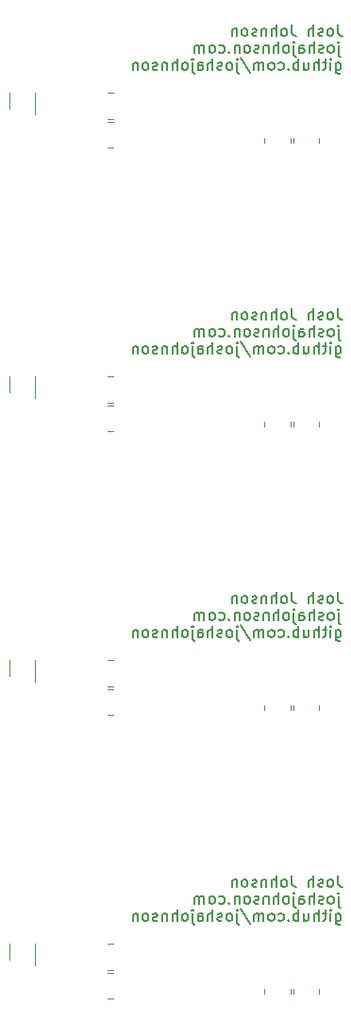
<source format=gbr>
G04 #@! TF.GenerationSoftware,KiCad,Pcbnew,(5.1.2)-1*
G04 #@! TF.CreationDate,2019-07-17T11:56:10+10:00*
G04 #@! TF.ProjectId,output.panel,6f757470-7574-42e7-9061-6e656c2e6b69,rev?*
G04 #@! TF.SameCoordinates,Original*
G04 #@! TF.FileFunction,Legend,Bot*
G04 #@! TF.FilePolarity,Positive*
%FSLAX46Y46*%
G04 Gerber Fmt 4.6, Leading zero omitted, Abs format (unit mm)*
G04 Created by KiCad (PCBNEW (5.1.2)-1) date 2019-07-17 11:56:10*
%MOMM*%
%LPD*%
G04 APERTURE LIST*
%ADD10C,0.120000*%
%ADD11C,0.150000*%
G04 APERTURE END LIST*
D10*
X84070000Y-136150000D02*
X84070000Y-136650000D01*
X86430000Y-136150000D02*
X86430000Y-136650000D01*
X84070000Y-110750000D02*
X84070000Y-111250000D01*
X86430000Y-110750000D02*
X86430000Y-111250000D01*
X84070000Y-85350000D02*
X84070000Y-85850000D01*
X86430000Y-85350000D02*
X86430000Y-85850000D01*
X63460000Y-132150000D02*
X63460000Y-134050000D01*
X61140000Y-133550000D02*
X61140000Y-132150000D01*
X63460000Y-106750000D02*
X63460000Y-108650000D01*
X61140000Y-108150000D02*
X61140000Y-106750000D01*
X63460000Y-81350000D02*
X63460000Y-83250000D01*
X61140000Y-82750000D02*
X61140000Y-81350000D01*
X88980000Y-136150000D02*
X88980000Y-136650000D01*
X86620000Y-136150000D02*
X86620000Y-136650000D01*
X88980000Y-110750000D02*
X88980000Y-111250000D01*
X86620000Y-110750000D02*
X86620000Y-111250000D01*
X88980000Y-85350000D02*
X88980000Y-85850000D01*
X86620000Y-85350000D02*
X86620000Y-85850000D01*
X69950000Y-132120000D02*
X70450000Y-132120000D01*
X69950000Y-134480000D02*
X70450000Y-134480000D01*
X69950000Y-106720000D02*
X70450000Y-106720000D01*
X69950000Y-109080000D02*
X70450000Y-109080000D01*
X69950000Y-81320000D02*
X70450000Y-81320000D01*
X69950000Y-83680000D02*
X70450000Y-83680000D01*
X69950000Y-134720000D02*
X70450000Y-134720000D01*
X69950000Y-137080000D02*
X70450000Y-137080000D01*
X69950000Y-109320000D02*
X70450000Y-109320000D01*
X69950000Y-111680000D02*
X70450000Y-111680000D01*
X69950000Y-83920000D02*
X70450000Y-83920000D01*
X69950000Y-86280000D02*
X70450000Y-86280000D01*
X69950000Y-60880000D02*
X70450000Y-60880000D01*
X69950000Y-58520000D02*
X70450000Y-58520000D01*
X69950000Y-58280000D02*
X70450000Y-58280000D01*
X69950000Y-55920000D02*
X70450000Y-55920000D01*
X61140000Y-57350000D02*
X61140000Y-55950000D01*
X63460000Y-55950000D02*
X63460000Y-57850000D01*
X86620000Y-59950000D02*
X86620000Y-60450000D01*
X88980000Y-59950000D02*
X88980000Y-60450000D01*
X86430000Y-59950000D02*
X86430000Y-60450000D01*
X84070000Y-59950000D02*
X84070000Y-60450000D01*
D11*
X90645238Y-126052380D02*
X90645238Y-126766666D01*
X90692857Y-126909523D01*
X90788095Y-127004761D01*
X90930952Y-127052380D01*
X91026190Y-127052380D01*
X90026190Y-127052380D02*
X90121428Y-127004761D01*
X90169047Y-126957142D01*
X90216666Y-126861904D01*
X90216666Y-126576190D01*
X90169047Y-126480952D01*
X90121428Y-126433333D01*
X90026190Y-126385714D01*
X89883333Y-126385714D01*
X89788095Y-126433333D01*
X89740476Y-126480952D01*
X89692857Y-126576190D01*
X89692857Y-126861904D01*
X89740476Y-126957142D01*
X89788095Y-127004761D01*
X89883333Y-127052380D01*
X90026190Y-127052380D01*
X89311904Y-127004761D02*
X89216666Y-127052380D01*
X89026190Y-127052380D01*
X88930952Y-127004761D01*
X88883333Y-126909523D01*
X88883333Y-126861904D01*
X88930952Y-126766666D01*
X89026190Y-126719047D01*
X89169047Y-126719047D01*
X89264285Y-126671428D01*
X89311904Y-126576190D01*
X89311904Y-126528571D01*
X89264285Y-126433333D01*
X89169047Y-126385714D01*
X89026190Y-126385714D01*
X88930952Y-126433333D01*
X88454761Y-127052380D02*
X88454761Y-126052380D01*
X88026190Y-127052380D02*
X88026190Y-126528571D01*
X88073809Y-126433333D01*
X88169047Y-126385714D01*
X88311904Y-126385714D01*
X88407142Y-126433333D01*
X88454761Y-126480952D01*
X86502380Y-126052380D02*
X86502380Y-126766666D01*
X86550000Y-126909523D01*
X86645238Y-127004761D01*
X86788095Y-127052380D01*
X86883333Y-127052380D01*
X85883333Y-127052380D02*
X85978571Y-127004761D01*
X86026190Y-126957142D01*
X86073809Y-126861904D01*
X86073809Y-126576190D01*
X86026190Y-126480952D01*
X85978571Y-126433333D01*
X85883333Y-126385714D01*
X85740476Y-126385714D01*
X85645238Y-126433333D01*
X85597619Y-126480952D01*
X85550000Y-126576190D01*
X85550000Y-126861904D01*
X85597619Y-126957142D01*
X85645238Y-127004761D01*
X85740476Y-127052380D01*
X85883333Y-127052380D01*
X85121428Y-127052380D02*
X85121428Y-126052380D01*
X84692857Y-127052380D02*
X84692857Y-126528571D01*
X84740476Y-126433333D01*
X84835714Y-126385714D01*
X84978571Y-126385714D01*
X85073809Y-126433333D01*
X85121428Y-126480952D01*
X84216666Y-126385714D02*
X84216666Y-127052380D01*
X84216666Y-126480952D02*
X84169047Y-126433333D01*
X84073809Y-126385714D01*
X83930952Y-126385714D01*
X83835714Y-126433333D01*
X83788095Y-126528571D01*
X83788095Y-127052380D01*
X83359523Y-127004761D02*
X83264285Y-127052380D01*
X83073809Y-127052380D01*
X82978571Y-127004761D01*
X82930952Y-126909523D01*
X82930952Y-126861904D01*
X82978571Y-126766666D01*
X83073809Y-126719047D01*
X83216666Y-126719047D01*
X83311904Y-126671428D01*
X83359523Y-126576190D01*
X83359523Y-126528571D01*
X83311904Y-126433333D01*
X83216666Y-126385714D01*
X83073809Y-126385714D01*
X82978571Y-126433333D01*
X82359523Y-127052380D02*
X82454761Y-127004761D01*
X82502380Y-126957142D01*
X82550000Y-126861904D01*
X82550000Y-126576190D01*
X82502380Y-126480952D01*
X82454761Y-126433333D01*
X82359523Y-126385714D01*
X82216666Y-126385714D01*
X82121428Y-126433333D01*
X82073809Y-126480952D01*
X82026190Y-126576190D01*
X82026190Y-126861904D01*
X82073809Y-126957142D01*
X82121428Y-127004761D01*
X82216666Y-127052380D01*
X82359523Y-127052380D01*
X81597619Y-126385714D02*
X81597619Y-127052380D01*
X81597619Y-126480952D02*
X81550000Y-126433333D01*
X81454761Y-126385714D01*
X81311904Y-126385714D01*
X81216666Y-126433333D01*
X81169047Y-126528571D01*
X81169047Y-127052380D01*
X90702380Y-127885714D02*
X90702380Y-128742857D01*
X90750000Y-128838095D01*
X90845238Y-128885714D01*
X90892857Y-128885714D01*
X90702380Y-127552380D02*
X90750000Y-127600000D01*
X90702380Y-127647619D01*
X90654761Y-127600000D01*
X90702380Y-127552380D01*
X90702380Y-127647619D01*
X90083333Y-128552380D02*
X90178571Y-128504761D01*
X90226190Y-128457142D01*
X90273809Y-128361904D01*
X90273809Y-128076190D01*
X90226190Y-127980952D01*
X90178571Y-127933333D01*
X90083333Y-127885714D01*
X89940476Y-127885714D01*
X89845238Y-127933333D01*
X89797619Y-127980952D01*
X89750000Y-128076190D01*
X89750000Y-128361904D01*
X89797619Y-128457142D01*
X89845238Y-128504761D01*
X89940476Y-128552380D01*
X90083333Y-128552380D01*
X89369047Y-128504761D02*
X89273809Y-128552380D01*
X89083333Y-128552380D01*
X88988095Y-128504761D01*
X88940476Y-128409523D01*
X88940476Y-128361904D01*
X88988095Y-128266666D01*
X89083333Y-128219047D01*
X89226190Y-128219047D01*
X89321428Y-128171428D01*
X89369047Y-128076190D01*
X89369047Y-128028571D01*
X89321428Y-127933333D01*
X89226190Y-127885714D01*
X89083333Y-127885714D01*
X88988095Y-127933333D01*
X88511904Y-128552380D02*
X88511904Y-127552380D01*
X88083333Y-128552380D02*
X88083333Y-128028571D01*
X88130952Y-127933333D01*
X88226190Y-127885714D01*
X88369047Y-127885714D01*
X88464285Y-127933333D01*
X88511904Y-127980952D01*
X87178571Y-128552380D02*
X87178571Y-128028571D01*
X87226190Y-127933333D01*
X87321428Y-127885714D01*
X87511904Y-127885714D01*
X87607142Y-127933333D01*
X87178571Y-128504761D02*
X87273809Y-128552380D01*
X87511904Y-128552380D01*
X87607142Y-128504761D01*
X87654761Y-128409523D01*
X87654761Y-128314285D01*
X87607142Y-128219047D01*
X87511904Y-128171428D01*
X87273809Y-128171428D01*
X87178571Y-128123809D01*
X86702380Y-127885714D02*
X86702380Y-128742857D01*
X86750000Y-128838095D01*
X86845238Y-128885714D01*
X86892857Y-128885714D01*
X86702380Y-127552380D02*
X86750000Y-127600000D01*
X86702380Y-127647619D01*
X86654761Y-127600000D01*
X86702380Y-127552380D01*
X86702380Y-127647619D01*
X86083333Y-128552380D02*
X86178571Y-128504761D01*
X86226190Y-128457142D01*
X86273809Y-128361904D01*
X86273809Y-128076190D01*
X86226190Y-127980952D01*
X86178571Y-127933333D01*
X86083333Y-127885714D01*
X85940476Y-127885714D01*
X85845238Y-127933333D01*
X85797619Y-127980952D01*
X85750000Y-128076190D01*
X85750000Y-128361904D01*
X85797619Y-128457142D01*
X85845238Y-128504761D01*
X85940476Y-128552380D01*
X86083333Y-128552380D01*
X85321428Y-128552380D02*
X85321428Y-127552380D01*
X84892857Y-128552380D02*
X84892857Y-128028571D01*
X84940476Y-127933333D01*
X85035714Y-127885714D01*
X85178571Y-127885714D01*
X85273809Y-127933333D01*
X85321428Y-127980952D01*
X84416666Y-127885714D02*
X84416666Y-128552380D01*
X84416666Y-127980952D02*
X84369047Y-127933333D01*
X84273809Y-127885714D01*
X84130952Y-127885714D01*
X84035714Y-127933333D01*
X83988095Y-128028571D01*
X83988095Y-128552380D01*
X83559523Y-128504761D02*
X83464285Y-128552380D01*
X83273809Y-128552380D01*
X83178571Y-128504761D01*
X83130952Y-128409523D01*
X83130952Y-128361904D01*
X83178571Y-128266666D01*
X83273809Y-128219047D01*
X83416666Y-128219047D01*
X83511904Y-128171428D01*
X83559523Y-128076190D01*
X83559523Y-128028571D01*
X83511904Y-127933333D01*
X83416666Y-127885714D01*
X83273809Y-127885714D01*
X83178571Y-127933333D01*
X82559523Y-128552380D02*
X82654761Y-128504761D01*
X82702380Y-128457142D01*
X82750000Y-128361904D01*
X82750000Y-128076190D01*
X82702380Y-127980952D01*
X82654761Y-127933333D01*
X82559523Y-127885714D01*
X82416666Y-127885714D01*
X82321428Y-127933333D01*
X82273809Y-127980952D01*
X82226190Y-128076190D01*
X82226190Y-128361904D01*
X82273809Y-128457142D01*
X82321428Y-128504761D01*
X82416666Y-128552380D01*
X82559523Y-128552380D01*
X81797619Y-127885714D02*
X81797619Y-128552380D01*
X81797619Y-127980952D02*
X81750000Y-127933333D01*
X81654761Y-127885714D01*
X81511904Y-127885714D01*
X81416666Y-127933333D01*
X81369047Y-128028571D01*
X81369047Y-128552380D01*
X80892857Y-128457142D02*
X80845238Y-128504761D01*
X80892857Y-128552380D01*
X80940476Y-128504761D01*
X80892857Y-128457142D01*
X80892857Y-128552380D01*
X79988095Y-128504761D02*
X80083333Y-128552380D01*
X80273809Y-128552380D01*
X80369047Y-128504761D01*
X80416666Y-128457142D01*
X80464285Y-128361904D01*
X80464285Y-128076190D01*
X80416666Y-127980952D01*
X80369047Y-127933333D01*
X80273809Y-127885714D01*
X80083333Y-127885714D01*
X79988095Y-127933333D01*
X79416666Y-128552380D02*
X79511904Y-128504761D01*
X79559523Y-128457142D01*
X79607142Y-128361904D01*
X79607142Y-128076190D01*
X79559523Y-127980952D01*
X79511904Y-127933333D01*
X79416666Y-127885714D01*
X79273809Y-127885714D01*
X79178571Y-127933333D01*
X79130952Y-127980952D01*
X79083333Y-128076190D01*
X79083333Y-128361904D01*
X79130952Y-128457142D01*
X79178571Y-128504761D01*
X79273809Y-128552380D01*
X79416666Y-128552380D01*
X78654761Y-128552380D02*
X78654761Y-127885714D01*
X78654761Y-127980952D02*
X78607142Y-127933333D01*
X78511904Y-127885714D01*
X78369047Y-127885714D01*
X78273809Y-127933333D01*
X78226190Y-128028571D01*
X78226190Y-128552380D01*
X78226190Y-128028571D02*
X78178571Y-127933333D01*
X78083333Y-127885714D01*
X77940476Y-127885714D01*
X77845238Y-127933333D01*
X77797619Y-128028571D01*
X77797619Y-128552380D01*
X90457352Y-129417714D02*
X90457352Y-130227238D01*
X90504971Y-130322476D01*
X90552590Y-130370095D01*
X90647828Y-130417714D01*
X90790685Y-130417714D01*
X90885923Y-130370095D01*
X90457352Y-130036761D02*
X90552590Y-130084380D01*
X90743066Y-130084380D01*
X90838304Y-130036761D01*
X90885923Y-129989142D01*
X90933542Y-129893904D01*
X90933542Y-129608190D01*
X90885923Y-129512952D01*
X90838304Y-129465333D01*
X90743066Y-129417714D01*
X90552590Y-129417714D01*
X90457352Y-129465333D01*
X89981161Y-130084380D02*
X89981161Y-129417714D01*
X89981161Y-129084380D02*
X90028780Y-129132000D01*
X89981161Y-129179619D01*
X89933542Y-129132000D01*
X89981161Y-129084380D01*
X89981161Y-129179619D01*
X89647828Y-129417714D02*
X89266876Y-129417714D01*
X89504971Y-129084380D02*
X89504971Y-129941523D01*
X89457352Y-130036761D01*
X89362114Y-130084380D01*
X89266876Y-130084380D01*
X88933542Y-130084380D02*
X88933542Y-129084380D01*
X88504971Y-130084380D02*
X88504971Y-129560571D01*
X88552590Y-129465333D01*
X88647828Y-129417714D01*
X88790685Y-129417714D01*
X88885923Y-129465333D01*
X88933542Y-129512952D01*
X87600209Y-129417714D02*
X87600209Y-130084380D01*
X88028780Y-129417714D02*
X88028780Y-129941523D01*
X87981161Y-130036761D01*
X87885923Y-130084380D01*
X87743066Y-130084380D01*
X87647828Y-130036761D01*
X87600209Y-129989142D01*
X87124019Y-130084380D02*
X87124019Y-129084380D01*
X87124019Y-129465333D02*
X87028780Y-129417714D01*
X86838304Y-129417714D01*
X86743066Y-129465333D01*
X86695447Y-129512952D01*
X86647828Y-129608190D01*
X86647828Y-129893904D01*
X86695447Y-129989142D01*
X86743066Y-130036761D01*
X86838304Y-130084380D01*
X87028780Y-130084380D01*
X87124019Y-130036761D01*
X86219257Y-129989142D02*
X86171638Y-130036761D01*
X86219257Y-130084380D01*
X86266876Y-130036761D01*
X86219257Y-129989142D01*
X86219257Y-130084380D01*
X85314495Y-130036761D02*
X85409733Y-130084380D01*
X85600209Y-130084380D01*
X85695447Y-130036761D01*
X85743066Y-129989142D01*
X85790685Y-129893904D01*
X85790685Y-129608190D01*
X85743066Y-129512952D01*
X85695447Y-129465333D01*
X85600209Y-129417714D01*
X85409733Y-129417714D01*
X85314495Y-129465333D01*
X84743066Y-130084380D02*
X84838304Y-130036761D01*
X84885923Y-129989142D01*
X84933542Y-129893904D01*
X84933542Y-129608190D01*
X84885923Y-129512952D01*
X84838304Y-129465333D01*
X84743066Y-129417714D01*
X84600209Y-129417714D01*
X84504971Y-129465333D01*
X84457352Y-129512952D01*
X84409733Y-129608190D01*
X84409733Y-129893904D01*
X84457352Y-129989142D01*
X84504971Y-130036761D01*
X84600209Y-130084380D01*
X84743066Y-130084380D01*
X83981161Y-130084380D02*
X83981161Y-129417714D01*
X83981161Y-129512952D02*
X83933542Y-129465333D01*
X83838304Y-129417714D01*
X83695447Y-129417714D01*
X83600209Y-129465333D01*
X83552590Y-129560571D01*
X83552590Y-130084380D01*
X83552590Y-129560571D02*
X83504971Y-129465333D01*
X83409733Y-129417714D01*
X83266876Y-129417714D01*
X83171638Y-129465333D01*
X83124019Y-129560571D01*
X83124019Y-130084380D01*
X81933542Y-129036761D02*
X82790685Y-130322476D01*
X81600209Y-129417714D02*
X81600209Y-130274857D01*
X81647828Y-130370095D01*
X81743066Y-130417714D01*
X81790685Y-130417714D01*
X81600209Y-129084380D02*
X81647828Y-129132000D01*
X81600209Y-129179619D01*
X81552590Y-129132000D01*
X81600209Y-129084380D01*
X81600209Y-129179619D01*
X80981161Y-130084380D02*
X81076400Y-130036761D01*
X81124019Y-129989142D01*
X81171638Y-129893904D01*
X81171638Y-129608190D01*
X81124019Y-129512952D01*
X81076400Y-129465333D01*
X80981161Y-129417714D01*
X80838304Y-129417714D01*
X80743066Y-129465333D01*
X80695447Y-129512952D01*
X80647828Y-129608190D01*
X80647828Y-129893904D01*
X80695447Y-129989142D01*
X80743066Y-130036761D01*
X80838304Y-130084380D01*
X80981161Y-130084380D01*
X80266876Y-130036761D02*
X80171638Y-130084380D01*
X79981161Y-130084380D01*
X79885923Y-130036761D01*
X79838304Y-129941523D01*
X79838304Y-129893904D01*
X79885923Y-129798666D01*
X79981161Y-129751047D01*
X80124019Y-129751047D01*
X80219257Y-129703428D01*
X80266876Y-129608190D01*
X80266876Y-129560571D01*
X80219257Y-129465333D01*
X80124019Y-129417714D01*
X79981161Y-129417714D01*
X79885923Y-129465333D01*
X79409733Y-130084380D02*
X79409733Y-129084380D01*
X78981161Y-130084380D02*
X78981161Y-129560571D01*
X79028780Y-129465333D01*
X79124019Y-129417714D01*
X79266876Y-129417714D01*
X79362114Y-129465333D01*
X79409733Y-129512952D01*
X78076400Y-130084380D02*
X78076400Y-129560571D01*
X78124019Y-129465333D01*
X78219257Y-129417714D01*
X78409733Y-129417714D01*
X78504971Y-129465333D01*
X78076400Y-130036761D02*
X78171638Y-130084380D01*
X78409733Y-130084380D01*
X78504971Y-130036761D01*
X78552590Y-129941523D01*
X78552590Y-129846285D01*
X78504971Y-129751047D01*
X78409733Y-129703428D01*
X78171638Y-129703428D01*
X78076400Y-129655809D01*
X77600209Y-129417714D02*
X77600209Y-130274857D01*
X77647828Y-130370095D01*
X77743066Y-130417714D01*
X77790685Y-130417714D01*
X77600209Y-129084380D02*
X77647828Y-129132000D01*
X77600209Y-129179619D01*
X77552590Y-129132000D01*
X77600209Y-129084380D01*
X77600209Y-129179619D01*
X76981161Y-130084380D02*
X77076400Y-130036761D01*
X77124019Y-129989142D01*
X77171638Y-129893904D01*
X77171638Y-129608190D01*
X77124019Y-129512952D01*
X77076400Y-129465333D01*
X76981161Y-129417714D01*
X76838304Y-129417714D01*
X76743066Y-129465333D01*
X76695447Y-129512952D01*
X76647828Y-129608190D01*
X76647828Y-129893904D01*
X76695447Y-129989142D01*
X76743066Y-130036761D01*
X76838304Y-130084380D01*
X76981161Y-130084380D01*
X76219257Y-130084380D02*
X76219257Y-129084380D01*
X75790685Y-130084380D02*
X75790685Y-129560571D01*
X75838304Y-129465333D01*
X75933542Y-129417714D01*
X76076400Y-129417714D01*
X76171638Y-129465333D01*
X76219257Y-129512952D01*
X75314495Y-129417714D02*
X75314495Y-130084380D01*
X75314495Y-129512952D02*
X75266876Y-129465333D01*
X75171638Y-129417714D01*
X75028780Y-129417714D01*
X74933542Y-129465333D01*
X74885923Y-129560571D01*
X74885923Y-130084380D01*
X74457352Y-130036761D02*
X74362114Y-130084380D01*
X74171638Y-130084380D01*
X74076400Y-130036761D01*
X74028780Y-129941523D01*
X74028780Y-129893904D01*
X74076400Y-129798666D01*
X74171638Y-129751047D01*
X74314495Y-129751047D01*
X74409733Y-129703428D01*
X74457352Y-129608190D01*
X74457352Y-129560571D01*
X74409733Y-129465333D01*
X74314495Y-129417714D01*
X74171638Y-129417714D01*
X74076400Y-129465333D01*
X73457352Y-130084380D02*
X73552590Y-130036761D01*
X73600209Y-129989142D01*
X73647828Y-129893904D01*
X73647828Y-129608190D01*
X73600209Y-129512952D01*
X73552590Y-129465333D01*
X73457352Y-129417714D01*
X73314495Y-129417714D01*
X73219257Y-129465333D01*
X73171638Y-129512952D01*
X73124019Y-129608190D01*
X73124019Y-129893904D01*
X73171638Y-129989142D01*
X73219257Y-130036761D01*
X73314495Y-130084380D01*
X73457352Y-130084380D01*
X72695447Y-129417714D02*
X72695447Y-130084380D01*
X72695447Y-129512952D02*
X72647828Y-129465333D01*
X72552590Y-129417714D01*
X72409733Y-129417714D01*
X72314495Y-129465333D01*
X72266876Y-129560571D01*
X72266876Y-130084380D01*
X90645238Y-100652380D02*
X90645238Y-101366666D01*
X90692857Y-101509523D01*
X90788095Y-101604761D01*
X90930952Y-101652380D01*
X91026190Y-101652380D01*
X90026190Y-101652380D02*
X90121428Y-101604761D01*
X90169047Y-101557142D01*
X90216666Y-101461904D01*
X90216666Y-101176190D01*
X90169047Y-101080952D01*
X90121428Y-101033333D01*
X90026190Y-100985714D01*
X89883333Y-100985714D01*
X89788095Y-101033333D01*
X89740476Y-101080952D01*
X89692857Y-101176190D01*
X89692857Y-101461904D01*
X89740476Y-101557142D01*
X89788095Y-101604761D01*
X89883333Y-101652380D01*
X90026190Y-101652380D01*
X89311904Y-101604761D02*
X89216666Y-101652380D01*
X89026190Y-101652380D01*
X88930952Y-101604761D01*
X88883333Y-101509523D01*
X88883333Y-101461904D01*
X88930952Y-101366666D01*
X89026190Y-101319047D01*
X89169047Y-101319047D01*
X89264285Y-101271428D01*
X89311904Y-101176190D01*
X89311904Y-101128571D01*
X89264285Y-101033333D01*
X89169047Y-100985714D01*
X89026190Y-100985714D01*
X88930952Y-101033333D01*
X88454761Y-101652380D02*
X88454761Y-100652380D01*
X88026190Y-101652380D02*
X88026190Y-101128571D01*
X88073809Y-101033333D01*
X88169047Y-100985714D01*
X88311904Y-100985714D01*
X88407142Y-101033333D01*
X88454761Y-101080952D01*
X86502380Y-100652380D02*
X86502380Y-101366666D01*
X86550000Y-101509523D01*
X86645238Y-101604761D01*
X86788095Y-101652380D01*
X86883333Y-101652380D01*
X85883333Y-101652380D02*
X85978571Y-101604761D01*
X86026190Y-101557142D01*
X86073809Y-101461904D01*
X86073809Y-101176190D01*
X86026190Y-101080952D01*
X85978571Y-101033333D01*
X85883333Y-100985714D01*
X85740476Y-100985714D01*
X85645238Y-101033333D01*
X85597619Y-101080952D01*
X85550000Y-101176190D01*
X85550000Y-101461904D01*
X85597619Y-101557142D01*
X85645238Y-101604761D01*
X85740476Y-101652380D01*
X85883333Y-101652380D01*
X85121428Y-101652380D02*
X85121428Y-100652380D01*
X84692857Y-101652380D02*
X84692857Y-101128571D01*
X84740476Y-101033333D01*
X84835714Y-100985714D01*
X84978571Y-100985714D01*
X85073809Y-101033333D01*
X85121428Y-101080952D01*
X84216666Y-100985714D02*
X84216666Y-101652380D01*
X84216666Y-101080952D02*
X84169047Y-101033333D01*
X84073809Y-100985714D01*
X83930952Y-100985714D01*
X83835714Y-101033333D01*
X83788095Y-101128571D01*
X83788095Y-101652380D01*
X83359523Y-101604761D02*
X83264285Y-101652380D01*
X83073809Y-101652380D01*
X82978571Y-101604761D01*
X82930952Y-101509523D01*
X82930952Y-101461904D01*
X82978571Y-101366666D01*
X83073809Y-101319047D01*
X83216666Y-101319047D01*
X83311904Y-101271428D01*
X83359523Y-101176190D01*
X83359523Y-101128571D01*
X83311904Y-101033333D01*
X83216666Y-100985714D01*
X83073809Y-100985714D01*
X82978571Y-101033333D01*
X82359523Y-101652380D02*
X82454761Y-101604761D01*
X82502380Y-101557142D01*
X82550000Y-101461904D01*
X82550000Y-101176190D01*
X82502380Y-101080952D01*
X82454761Y-101033333D01*
X82359523Y-100985714D01*
X82216666Y-100985714D01*
X82121428Y-101033333D01*
X82073809Y-101080952D01*
X82026190Y-101176190D01*
X82026190Y-101461904D01*
X82073809Y-101557142D01*
X82121428Y-101604761D01*
X82216666Y-101652380D01*
X82359523Y-101652380D01*
X81597619Y-100985714D02*
X81597619Y-101652380D01*
X81597619Y-101080952D02*
X81550000Y-101033333D01*
X81454761Y-100985714D01*
X81311904Y-100985714D01*
X81216666Y-101033333D01*
X81169047Y-101128571D01*
X81169047Y-101652380D01*
X90702380Y-102485714D02*
X90702380Y-103342857D01*
X90750000Y-103438095D01*
X90845238Y-103485714D01*
X90892857Y-103485714D01*
X90702380Y-102152380D02*
X90750000Y-102200000D01*
X90702380Y-102247619D01*
X90654761Y-102200000D01*
X90702380Y-102152380D01*
X90702380Y-102247619D01*
X90083333Y-103152380D02*
X90178571Y-103104761D01*
X90226190Y-103057142D01*
X90273809Y-102961904D01*
X90273809Y-102676190D01*
X90226190Y-102580952D01*
X90178571Y-102533333D01*
X90083333Y-102485714D01*
X89940476Y-102485714D01*
X89845238Y-102533333D01*
X89797619Y-102580952D01*
X89750000Y-102676190D01*
X89750000Y-102961904D01*
X89797619Y-103057142D01*
X89845238Y-103104761D01*
X89940476Y-103152380D01*
X90083333Y-103152380D01*
X89369047Y-103104761D02*
X89273809Y-103152380D01*
X89083333Y-103152380D01*
X88988095Y-103104761D01*
X88940476Y-103009523D01*
X88940476Y-102961904D01*
X88988095Y-102866666D01*
X89083333Y-102819047D01*
X89226190Y-102819047D01*
X89321428Y-102771428D01*
X89369047Y-102676190D01*
X89369047Y-102628571D01*
X89321428Y-102533333D01*
X89226190Y-102485714D01*
X89083333Y-102485714D01*
X88988095Y-102533333D01*
X88511904Y-103152380D02*
X88511904Y-102152380D01*
X88083333Y-103152380D02*
X88083333Y-102628571D01*
X88130952Y-102533333D01*
X88226190Y-102485714D01*
X88369047Y-102485714D01*
X88464285Y-102533333D01*
X88511904Y-102580952D01*
X87178571Y-103152380D02*
X87178571Y-102628571D01*
X87226190Y-102533333D01*
X87321428Y-102485714D01*
X87511904Y-102485714D01*
X87607142Y-102533333D01*
X87178571Y-103104761D02*
X87273809Y-103152380D01*
X87511904Y-103152380D01*
X87607142Y-103104761D01*
X87654761Y-103009523D01*
X87654761Y-102914285D01*
X87607142Y-102819047D01*
X87511904Y-102771428D01*
X87273809Y-102771428D01*
X87178571Y-102723809D01*
X86702380Y-102485714D02*
X86702380Y-103342857D01*
X86750000Y-103438095D01*
X86845238Y-103485714D01*
X86892857Y-103485714D01*
X86702380Y-102152380D02*
X86750000Y-102200000D01*
X86702380Y-102247619D01*
X86654761Y-102200000D01*
X86702380Y-102152380D01*
X86702380Y-102247619D01*
X86083333Y-103152380D02*
X86178571Y-103104761D01*
X86226190Y-103057142D01*
X86273809Y-102961904D01*
X86273809Y-102676190D01*
X86226190Y-102580952D01*
X86178571Y-102533333D01*
X86083333Y-102485714D01*
X85940476Y-102485714D01*
X85845238Y-102533333D01*
X85797619Y-102580952D01*
X85750000Y-102676190D01*
X85750000Y-102961904D01*
X85797619Y-103057142D01*
X85845238Y-103104761D01*
X85940476Y-103152380D01*
X86083333Y-103152380D01*
X85321428Y-103152380D02*
X85321428Y-102152380D01*
X84892857Y-103152380D02*
X84892857Y-102628571D01*
X84940476Y-102533333D01*
X85035714Y-102485714D01*
X85178571Y-102485714D01*
X85273809Y-102533333D01*
X85321428Y-102580952D01*
X84416666Y-102485714D02*
X84416666Y-103152380D01*
X84416666Y-102580952D02*
X84369047Y-102533333D01*
X84273809Y-102485714D01*
X84130952Y-102485714D01*
X84035714Y-102533333D01*
X83988095Y-102628571D01*
X83988095Y-103152380D01*
X83559523Y-103104761D02*
X83464285Y-103152380D01*
X83273809Y-103152380D01*
X83178571Y-103104761D01*
X83130952Y-103009523D01*
X83130952Y-102961904D01*
X83178571Y-102866666D01*
X83273809Y-102819047D01*
X83416666Y-102819047D01*
X83511904Y-102771428D01*
X83559523Y-102676190D01*
X83559523Y-102628571D01*
X83511904Y-102533333D01*
X83416666Y-102485714D01*
X83273809Y-102485714D01*
X83178571Y-102533333D01*
X82559523Y-103152380D02*
X82654761Y-103104761D01*
X82702380Y-103057142D01*
X82750000Y-102961904D01*
X82750000Y-102676190D01*
X82702380Y-102580952D01*
X82654761Y-102533333D01*
X82559523Y-102485714D01*
X82416666Y-102485714D01*
X82321428Y-102533333D01*
X82273809Y-102580952D01*
X82226190Y-102676190D01*
X82226190Y-102961904D01*
X82273809Y-103057142D01*
X82321428Y-103104761D01*
X82416666Y-103152380D01*
X82559523Y-103152380D01*
X81797619Y-102485714D02*
X81797619Y-103152380D01*
X81797619Y-102580952D02*
X81750000Y-102533333D01*
X81654761Y-102485714D01*
X81511904Y-102485714D01*
X81416666Y-102533333D01*
X81369047Y-102628571D01*
X81369047Y-103152380D01*
X80892857Y-103057142D02*
X80845238Y-103104761D01*
X80892857Y-103152380D01*
X80940476Y-103104761D01*
X80892857Y-103057142D01*
X80892857Y-103152380D01*
X79988095Y-103104761D02*
X80083333Y-103152380D01*
X80273809Y-103152380D01*
X80369047Y-103104761D01*
X80416666Y-103057142D01*
X80464285Y-102961904D01*
X80464285Y-102676190D01*
X80416666Y-102580952D01*
X80369047Y-102533333D01*
X80273809Y-102485714D01*
X80083333Y-102485714D01*
X79988095Y-102533333D01*
X79416666Y-103152380D02*
X79511904Y-103104761D01*
X79559523Y-103057142D01*
X79607142Y-102961904D01*
X79607142Y-102676190D01*
X79559523Y-102580952D01*
X79511904Y-102533333D01*
X79416666Y-102485714D01*
X79273809Y-102485714D01*
X79178571Y-102533333D01*
X79130952Y-102580952D01*
X79083333Y-102676190D01*
X79083333Y-102961904D01*
X79130952Y-103057142D01*
X79178571Y-103104761D01*
X79273809Y-103152380D01*
X79416666Y-103152380D01*
X78654761Y-103152380D02*
X78654761Y-102485714D01*
X78654761Y-102580952D02*
X78607142Y-102533333D01*
X78511904Y-102485714D01*
X78369047Y-102485714D01*
X78273809Y-102533333D01*
X78226190Y-102628571D01*
X78226190Y-103152380D01*
X78226190Y-102628571D02*
X78178571Y-102533333D01*
X78083333Y-102485714D01*
X77940476Y-102485714D01*
X77845238Y-102533333D01*
X77797619Y-102628571D01*
X77797619Y-103152380D01*
X90457352Y-104017714D02*
X90457352Y-104827238D01*
X90504971Y-104922476D01*
X90552590Y-104970095D01*
X90647828Y-105017714D01*
X90790685Y-105017714D01*
X90885923Y-104970095D01*
X90457352Y-104636761D02*
X90552590Y-104684380D01*
X90743066Y-104684380D01*
X90838304Y-104636761D01*
X90885923Y-104589142D01*
X90933542Y-104493904D01*
X90933542Y-104208190D01*
X90885923Y-104112952D01*
X90838304Y-104065333D01*
X90743066Y-104017714D01*
X90552590Y-104017714D01*
X90457352Y-104065333D01*
X89981161Y-104684380D02*
X89981161Y-104017714D01*
X89981161Y-103684380D02*
X90028780Y-103732000D01*
X89981161Y-103779619D01*
X89933542Y-103732000D01*
X89981161Y-103684380D01*
X89981161Y-103779619D01*
X89647828Y-104017714D02*
X89266876Y-104017714D01*
X89504971Y-103684380D02*
X89504971Y-104541523D01*
X89457352Y-104636761D01*
X89362114Y-104684380D01*
X89266876Y-104684380D01*
X88933542Y-104684380D02*
X88933542Y-103684380D01*
X88504971Y-104684380D02*
X88504971Y-104160571D01*
X88552590Y-104065333D01*
X88647828Y-104017714D01*
X88790685Y-104017714D01*
X88885923Y-104065333D01*
X88933542Y-104112952D01*
X87600209Y-104017714D02*
X87600209Y-104684380D01*
X88028780Y-104017714D02*
X88028780Y-104541523D01*
X87981161Y-104636761D01*
X87885923Y-104684380D01*
X87743066Y-104684380D01*
X87647828Y-104636761D01*
X87600209Y-104589142D01*
X87124019Y-104684380D02*
X87124019Y-103684380D01*
X87124019Y-104065333D02*
X87028780Y-104017714D01*
X86838304Y-104017714D01*
X86743066Y-104065333D01*
X86695447Y-104112952D01*
X86647828Y-104208190D01*
X86647828Y-104493904D01*
X86695447Y-104589142D01*
X86743066Y-104636761D01*
X86838304Y-104684380D01*
X87028780Y-104684380D01*
X87124019Y-104636761D01*
X86219257Y-104589142D02*
X86171638Y-104636761D01*
X86219257Y-104684380D01*
X86266876Y-104636761D01*
X86219257Y-104589142D01*
X86219257Y-104684380D01*
X85314495Y-104636761D02*
X85409733Y-104684380D01*
X85600209Y-104684380D01*
X85695447Y-104636761D01*
X85743066Y-104589142D01*
X85790685Y-104493904D01*
X85790685Y-104208190D01*
X85743066Y-104112952D01*
X85695447Y-104065333D01*
X85600209Y-104017714D01*
X85409733Y-104017714D01*
X85314495Y-104065333D01*
X84743066Y-104684380D02*
X84838304Y-104636761D01*
X84885923Y-104589142D01*
X84933542Y-104493904D01*
X84933542Y-104208190D01*
X84885923Y-104112952D01*
X84838304Y-104065333D01*
X84743066Y-104017714D01*
X84600209Y-104017714D01*
X84504971Y-104065333D01*
X84457352Y-104112952D01*
X84409733Y-104208190D01*
X84409733Y-104493904D01*
X84457352Y-104589142D01*
X84504971Y-104636761D01*
X84600209Y-104684380D01*
X84743066Y-104684380D01*
X83981161Y-104684380D02*
X83981161Y-104017714D01*
X83981161Y-104112952D02*
X83933542Y-104065333D01*
X83838304Y-104017714D01*
X83695447Y-104017714D01*
X83600209Y-104065333D01*
X83552590Y-104160571D01*
X83552590Y-104684380D01*
X83552590Y-104160571D02*
X83504971Y-104065333D01*
X83409733Y-104017714D01*
X83266876Y-104017714D01*
X83171638Y-104065333D01*
X83124019Y-104160571D01*
X83124019Y-104684380D01*
X81933542Y-103636761D02*
X82790685Y-104922476D01*
X81600209Y-104017714D02*
X81600209Y-104874857D01*
X81647828Y-104970095D01*
X81743066Y-105017714D01*
X81790685Y-105017714D01*
X81600209Y-103684380D02*
X81647828Y-103732000D01*
X81600209Y-103779619D01*
X81552590Y-103732000D01*
X81600209Y-103684380D01*
X81600209Y-103779619D01*
X80981161Y-104684380D02*
X81076400Y-104636761D01*
X81124019Y-104589142D01*
X81171638Y-104493904D01*
X81171638Y-104208190D01*
X81124019Y-104112952D01*
X81076400Y-104065333D01*
X80981161Y-104017714D01*
X80838304Y-104017714D01*
X80743066Y-104065333D01*
X80695447Y-104112952D01*
X80647828Y-104208190D01*
X80647828Y-104493904D01*
X80695447Y-104589142D01*
X80743066Y-104636761D01*
X80838304Y-104684380D01*
X80981161Y-104684380D01*
X80266876Y-104636761D02*
X80171638Y-104684380D01*
X79981161Y-104684380D01*
X79885923Y-104636761D01*
X79838304Y-104541523D01*
X79838304Y-104493904D01*
X79885923Y-104398666D01*
X79981161Y-104351047D01*
X80124019Y-104351047D01*
X80219257Y-104303428D01*
X80266876Y-104208190D01*
X80266876Y-104160571D01*
X80219257Y-104065333D01*
X80124019Y-104017714D01*
X79981161Y-104017714D01*
X79885923Y-104065333D01*
X79409733Y-104684380D02*
X79409733Y-103684380D01*
X78981161Y-104684380D02*
X78981161Y-104160571D01*
X79028780Y-104065333D01*
X79124019Y-104017714D01*
X79266876Y-104017714D01*
X79362114Y-104065333D01*
X79409733Y-104112952D01*
X78076400Y-104684380D02*
X78076400Y-104160571D01*
X78124019Y-104065333D01*
X78219257Y-104017714D01*
X78409733Y-104017714D01*
X78504971Y-104065333D01*
X78076400Y-104636761D02*
X78171638Y-104684380D01*
X78409733Y-104684380D01*
X78504971Y-104636761D01*
X78552590Y-104541523D01*
X78552590Y-104446285D01*
X78504971Y-104351047D01*
X78409733Y-104303428D01*
X78171638Y-104303428D01*
X78076400Y-104255809D01*
X77600209Y-104017714D02*
X77600209Y-104874857D01*
X77647828Y-104970095D01*
X77743066Y-105017714D01*
X77790685Y-105017714D01*
X77600209Y-103684380D02*
X77647828Y-103732000D01*
X77600209Y-103779619D01*
X77552590Y-103732000D01*
X77600209Y-103684380D01*
X77600209Y-103779619D01*
X76981161Y-104684380D02*
X77076400Y-104636761D01*
X77124019Y-104589142D01*
X77171638Y-104493904D01*
X77171638Y-104208190D01*
X77124019Y-104112952D01*
X77076400Y-104065333D01*
X76981161Y-104017714D01*
X76838304Y-104017714D01*
X76743066Y-104065333D01*
X76695447Y-104112952D01*
X76647828Y-104208190D01*
X76647828Y-104493904D01*
X76695447Y-104589142D01*
X76743066Y-104636761D01*
X76838304Y-104684380D01*
X76981161Y-104684380D01*
X76219257Y-104684380D02*
X76219257Y-103684380D01*
X75790685Y-104684380D02*
X75790685Y-104160571D01*
X75838304Y-104065333D01*
X75933542Y-104017714D01*
X76076400Y-104017714D01*
X76171638Y-104065333D01*
X76219257Y-104112952D01*
X75314495Y-104017714D02*
X75314495Y-104684380D01*
X75314495Y-104112952D02*
X75266876Y-104065333D01*
X75171638Y-104017714D01*
X75028780Y-104017714D01*
X74933542Y-104065333D01*
X74885923Y-104160571D01*
X74885923Y-104684380D01*
X74457352Y-104636761D02*
X74362114Y-104684380D01*
X74171638Y-104684380D01*
X74076400Y-104636761D01*
X74028780Y-104541523D01*
X74028780Y-104493904D01*
X74076400Y-104398666D01*
X74171638Y-104351047D01*
X74314495Y-104351047D01*
X74409733Y-104303428D01*
X74457352Y-104208190D01*
X74457352Y-104160571D01*
X74409733Y-104065333D01*
X74314495Y-104017714D01*
X74171638Y-104017714D01*
X74076400Y-104065333D01*
X73457352Y-104684380D02*
X73552590Y-104636761D01*
X73600209Y-104589142D01*
X73647828Y-104493904D01*
X73647828Y-104208190D01*
X73600209Y-104112952D01*
X73552590Y-104065333D01*
X73457352Y-104017714D01*
X73314495Y-104017714D01*
X73219257Y-104065333D01*
X73171638Y-104112952D01*
X73124019Y-104208190D01*
X73124019Y-104493904D01*
X73171638Y-104589142D01*
X73219257Y-104636761D01*
X73314495Y-104684380D01*
X73457352Y-104684380D01*
X72695447Y-104017714D02*
X72695447Y-104684380D01*
X72695447Y-104112952D02*
X72647828Y-104065333D01*
X72552590Y-104017714D01*
X72409733Y-104017714D01*
X72314495Y-104065333D01*
X72266876Y-104160571D01*
X72266876Y-104684380D01*
X90645238Y-75252380D02*
X90645238Y-75966666D01*
X90692857Y-76109523D01*
X90788095Y-76204761D01*
X90930952Y-76252380D01*
X91026190Y-76252380D01*
X90026190Y-76252380D02*
X90121428Y-76204761D01*
X90169047Y-76157142D01*
X90216666Y-76061904D01*
X90216666Y-75776190D01*
X90169047Y-75680952D01*
X90121428Y-75633333D01*
X90026190Y-75585714D01*
X89883333Y-75585714D01*
X89788095Y-75633333D01*
X89740476Y-75680952D01*
X89692857Y-75776190D01*
X89692857Y-76061904D01*
X89740476Y-76157142D01*
X89788095Y-76204761D01*
X89883333Y-76252380D01*
X90026190Y-76252380D01*
X89311904Y-76204761D02*
X89216666Y-76252380D01*
X89026190Y-76252380D01*
X88930952Y-76204761D01*
X88883333Y-76109523D01*
X88883333Y-76061904D01*
X88930952Y-75966666D01*
X89026190Y-75919047D01*
X89169047Y-75919047D01*
X89264285Y-75871428D01*
X89311904Y-75776190D01*
X89311904Y-75728571D01*
X89264285Y-75633333D01*
X89169047Y-75585714D01*
X89026190Y-75585714D01*
X88930952Y-75633333D01*
X88454761Y-76252380D02*
X88454761Y-75252380D01*
X88026190Y-76252380D02*
X88026190Y-75728571D01*
X88073809Y-75633333D01*
X88169047Y-75585714D01*
X88311904Y-75585714D01*
X88407142Y-75633333D01*
X88454761Y-75680952D01*
X86502380Y-75252380D02*
X86502380Y-75966666D01*
X86550000Y-76109523D01*
X86645238Y-76204761D01*
X86788095Y-76252380D01*
X86883333Y-76252380D01*
X85883333Y-76252380D02*
X85978571Y-76204761D01*
X86026190Y-76157142D01*
X86073809Y-76061904D01*
X86073809Y-75776190D01*
X86026190Y-75680952D01*
X85978571Y-75633333D01*
X85883333Y-75585714D01*
X85740476Y-75585714D01*
X85645238Y-75633333D01*
X85597619Y-75680952D01*
X85550000Y-75776190D01*
X85550000Y-76061904D01*
X85597619Y-76157142D01*
X85645238Y-76204761D01*
X85740476Y-76252380D01*
X85883333Y-76252380D01*
X85121428Y-76252380D02*
X85121428Y-75252380D01*
X84692857Y-76252380D02*
X84692857Y-75728571D01*
X84740476Y-75633333D01*
X84835714Y-75585714D01*
X84978571Y-75585714D01*
X85073809Y-75633333D01*
X85121428Y-75680952D01*
X84216666Y-75585714D02*
X84216666Y-76252380D01*
X84216666Y-75680952D02*
X84169047Y-75633333D01*
X84073809Y-75585714D01*
X83930952Y-75585714D01*
X83835714Y-75633333D01*
X83788095Y-75728571D01*
X83788095Y-76252380D01*
X83359523Y-76204761D02*
X83264285Y-76252380D01*
X83073809Y-76252380D01*
X82978571Y-76204761D01*
X82930952Y-76109523D01*
X82930952Y-76061904D01*
X82978571Y-75966666D01*
X83073809Y-75919047D01*
X83216666Y-75919047D01*
X83311904Y-75871428D01*
X83359523Y-75776190D01*
X83359523Y-75728571D01*
X83311904Y-75633333D01*
X83216666Y-75585714D01*
X83073809Y-75585714D01*
X82978571Y-75633333D01*
X82359523Y-76252380D02*
X82454761Y-76204761D01*
X82502380Y-76157142D01*
X82550000Y-76061904D01*
X82550000Y-75776190D01*
X82502380Y-75680952D01*
X82454761Y-75633333D01*
X82359523Y-75585714D01*
X82216666Y-75585714D01*
X82121428Y-75633333D01*
X82073809Y-75680952D01*
X82026190Y-75776190D01*
X82026190Y-76061904D01*
X82073809Y-76157142D01*
X82121428Y-76204761D01*
X82216666Y-76252380D01*
X82359523Y-76252380D01*
X81597619Y-75585714D02*
X81597619Y-76252380D01*
X81597619Y-75680952D02*
X81550000Y-75633333D01*
X81454761Y-75585714D01*
X81311904Y-75585714D01*
X81216666Y-75633333D01*
X81169047Y-75728571D01*
X81169047Y-76252380D01*
X90702380Y-77085714D02*
X90702380Y-77942857D01*
X90750000Y-78038095D01*
X90845238Y-78085714D01*
X90892857Y-78085714D01*
X90702380Y-76752380D02*
X90750000Y-76800000D01*
X90702380Y-76847619D01*
X90654761Y-76800000D01*
X90702380Y-76752380D01*
X90702380Y-76847619D01*
X90083333Y-77752380D02*
X90178571Y-77704761D01*
X90226190Y-77657142D01*
X90273809Y-77561904D01*
X90273809Y-77276190D01*
X90226190Y-77180952D01*
X90178571Y-77133333D01*
X90083333Y-77085714D01*
X89940476Y-77085714D01*
X89845238Y-77133333D01*
X89797619Y-77180952D01*
X89750000Y-77276190D01*
X89750000Y-77561904D01*
X89797619Y-77657142D01*
X89845238Y-77704761D01*
X89940476Y-77752380D01*
X90083333Y-77752380D01*
X89369047Y-77704761D02*
X89273809Y-77752380D01*
X89083333Y-77752380D01*
X88988095Y-77704761D01*
X88940476Y-77609523D01*
X88940476Y-77561904D01*
X88988095Y-77466666D01*
X89083333Y-77419047D01*
X89226190Y-77419047D01*
X89321428Y-77371428D01*
X89369047Y-77276190D01*
X89369047Y-77228571D01*
X89321428Y-77133333D01*
X89226190Y-77085714D01*
X89083333Y-77085714D01*
X88988095Y-77133333D01*
X88511904Y-77752380D02*
X88511904Y-76752380D01*
X88083333Y-77752380D02*
X88083333Y-77228571D01*
X88130952Y-77133333D01*
X88226190Y-77085714D01*
X88369047Y-77085714D01*
X88464285Y-77133333D01*
X88511904Y-77180952D01*
X87178571Y-77752380D02*
X87178571Y-77228571D01*
X87226190Y-77133333D01*
X87321428Y-77085714D01*
X87511904Y-77085714D01*
X87607142Y-77133333D01*
X87178571Y-77704761D02*
X87273809Y-77752380D01*
X87511904Y-77752380D01*
X87607142Y-77704761D01*
X87654761Y-77609523D01*
X87654761Y-77514285D01*
X87607142Y-77419047D01*
X87511904Y-77371428D01*
X87273809Y-77371428D01*
X87178571Y-77323809D01*
X86702380Y-77085714D02*
X86702380Y-77942857D01*
X86750000Y-78038095D01*
X86845238Y-78085714D01*
X86892857Y-78085714D01*
X86702380Y-76752380D02*
X86750000Y-76800000D01*
X86702380Y-76847619D01*
X86654761Y-76800000D01*
X86702380Y-76752380D01*
X86702380Y-76847619D01*
X86083333Y-77752380D02*
X86178571Y-77704761D01*
X86226190Y-77657142D01*
X86273809Y-77561904D01*
X86273809Y-77276190D01*
X86226190Y-77180952D01*
X86178571Y-77133333D01*
X86083333Y-77085714D01*
X85940476Y-77085714D01*
X85845238Y-77133333D01*
X85797619Y-77180952D01*
X85750000Y-77276190D01*
X85750000Y-77561904D01*
X85797619Y-77657142D01*
X85845238Y-77704761D01*
X85940476Y-77752380D01*
X86083333Y-77752380D01*
X85321428Y-77752380D02*
X85321428Y-76752380D01*
X84892857Y-77752380D02*
X84892857Y-77228571D01*
X84940476Y-77133333D01*
X85035714Y-77085714D01*
X85178571Y-77085714D01*
X85273809Y-77133333D01*
X85321428Y-77180952D01*
X84416666Y-77085714D02*
X84416666Y-77752380D01*
X84416666Y-77180952D02*
X84369047Y-77133333D01*
X84273809Y-77085714D01*
X84130952Y-77085714D01*
X84035714Y-77133333D01*
X83988095Y-77228571D01*
X83988095Y-77752380D01*
X83559523Y-77704761D02*
X83464285Y-77752380D01*
X83273809Y-77752380D01*
X83178571Y-77704761D01*
X83130952Y-77609523D01*
X83130952Y-77561904D01*
X83178571Y-77466666D01*
X83273809Y-77419047D01*
X83416666Y-77419047D01*
X83511904Y-77371428D01*
X83559523Y-77276190D01*
X83559523Y-77228571D01*
X83511904Y-77133333D01*
X83416666Y-77085714D01*
X83273809Y-77085714D01*
X83178571Y-77133333D01*
X82559523Y-77752380D02*
X82654761Y-77704761D01*
X82702380Y-77657142D01*
X82750000Y-77561904D01*
X82750000Y-77276190D01*
X82702380Y-77180952D01*
X82654761Y-77133333D01*
X82559523Y-77085714D01*
X82416666Y-77085714D01*
X82321428Y-77133333D01*
X82273809Y-77180952D01*
X82226190Y-77276190D01*
X82226190Y-77561904D01*
X82273809Y-77657142D01*
X82321428Y-77704761D01*
X82416666Y-77752380D01*
X82559523Y-77752380D01*
X81797619Y-77085714D02*
X81797619Y-77752380D01*
X81797619Y-77180952D02*
X81750000Y-77133333D01*
X81654761Y-77085714D01*
X81511904Y-77085714D01*
X81416666Y-77133333D01*
X81369047Y-77228571D01*
X81369047Y-77752380D01*
X80892857Y-77657142D02*
X80845238Y-77704761D01*
X80892857Y-77752380D01*
X80940476Y-77704761D01*
X80892857Y-77657142D01*
X80892857Y-77752380D01*
X79988095Y-77704761D02*
X80083333Y-77752380D01*
X80273809Y-77752380D01*
X80369047Y-77704761D01*
X80416666Y-77657142D01*
X80464285Y-77561904D01*
X80464285Y-77276190D01*
X80416666Y-77180952D01*
X80369047Y-77133333D01*
X80273809Y-77085714D01*
X80083333Y-77085714D01*
X79988095Y-77133333D01*
X79416666Y-77752380D02*
X79511904Y-77704761D01*
X79559523Y-77657142D01*
X79607142Y-77561904D01*
X79607142Y-77276190D01*
X79559523Y-77180952D01*
X79511904Y-77133333D01*
X79416666Y-77085714D01*
X79273809Y-77085714D01*
X79178571Y-77133333D01*
X79130952Y-77180952D01*
X79083333Y-77276190D01*
X79083333Y-77561904D01*
X79130952Y-77657142D01*
X79178571Y-77704761D01*
X79273809Y-77752380D01*
X79416666Y-77752380D01*
X78654761Y-77752380D02*
X78654761Y-77085714D01*
X78654761Y-77180952D02*
X78607142Y-77133333D01*
X78511904Y-77085714D01*
X78369047Y-77085714D01*
X78273809Y-77133333D01*
X78226190Y-77228571D01*
X78226190Y-77752380D01*
X78226190Y-77228571D02*
X78178571Y-77133333D01*
X78083333Y-77085714D01*
X77940476Y-77085714D01*
X77845238Y-77133333D01*
X77797619Y-77228571D01*
X77797619Y-77752380D01*
X90457352Y-78617714D02*
X90457352Y-79427238D01*
X90504971Y-79522476D01*
X90552590Y-79570095D01*
X90647828Y-79617714D01*
X90790685Y-79617714D01*
X90885923Y-79570095D01*
X90457352Y-79236761D02*
X90552590Y-79284380D01*
X90743066Y-79284380D01*
X90838304Y-79236761D01*
X90885923Y-79189142D01*
X90933542Y-79093904D01*
X90933542Y-78808190D01*
X90885923Y-78712952D01*
X90838304Y-78665333D01*
X90743066Y-78617714D01*
X90552590Y-78617714D01*
X90457352Y-78665333D01*
X89981161Y-79284380D02*
X89981161Y-78617714D01*
X89981161Y-78284380D02*
X90028780Y-78332000D01*
X89981161Y-78379619D01*
X89933542Y-78332000D01*
X89981161Y-78284380D01*
X89981161Y-78379619D01*
X89647828Y-78617714D02*
X89266876Y-78617714D01*
X89504971Y-78284380D02*
X89504971Y-79141523D01*
X89457352Y-79236761D01*
X89362114Y-79284380D01*
X89266876Y-79284380D01*
X88933542Y-79284380D02*
X88933542Y-78284380D01*
X88504971Y-79284380D02*
X88504971Y-78760571D01*
X88552590Y-78665333D01*
X88647828Y-78617714D01*
X88790685Y-78617714D01*
X88885923Y-78665333D01*
X88933542Y-78712952D01*
X87600209Y-78617714D02*
X87600209Y-79284380D01*
X88028780Y-78617714D02*
X88028780Y-79141523D01*
X87981161Y-79236761D01*
X87885923Y-79284380D01*
X87743066Y-79284380D01*
X87647828Y-79236761D01*
X87600209Y-79189142D01*
X87124019Y-79284380D02*
X87124019Y-78284380D01*
X87124019Y-78665333D02*
X87028780Y-78617714D01*
X86838304Y-78617714D01*
X86743066Y-78665333D01*
X86695447Y-78712952D01*
X86647828Y-78808190D01*
X86647828Y-79093904D01*
X86695447Y-79189142D01*
X86743066Y-79236761D01*
X86838304Y-79284380D01*
X87028780Y-79284380D01*
X87124019Y-79236761D01*
X86219257Y-79189142D02*
X86171638Y-79236761D01*
X86219257Y-79284380D01*
X86266876Y-79236761D01*
X86219257Y-79189142D01*
X86219257Y-79284380D01*
X85314495Y-79236761D02*
X85409733Y-79284380D01*
X85600209Y-79284380D01*
X85695447Y-79236761D01*
X85743066Y-79189142D01*
X85790685Y-79093904D01*
X85790685Y-78808190D01*
X85743066Y-78712952D01*
X85695447Y-78665333D01*
X85600209Y-78617714D01*
X85409733Y-78617714D01*
X85314495Y-78665333D01*
X84743066Y-79284380D02*
X84838304Y-79236761D01*
X84885923Y-79189142D01*
X84933542Y-79093904D01*
X84933542Y-78808190D01*
X84885923Y-78712952D01*
X84838304Y-78665333D01*
X84743066Y-78617714D01*
X84600209Y-78617714D01*
X84504971Y-78665333D01*
X84457352Y-78712952D01*
X84409733Y-78808190D01*
X84409733Y-79093904D01*
X84457352Y-79189142D01*
X84504971Y-79236761D01*
X84600209Y-79284380D01*
X84743066Y-79284380D01*
X83981161Y-79284380D02*
X83981161Y-78617714D01*
X83981161Y-78712952D02*
X83933542Y-78665333D01*
X83838304Y-78617714D01*
X83695447Y-78617714D01*
X83600209Y-78665333D01*
X83552590Y-78760571D01*
X83552590Y-79284380D01*
X83552590Y-78760571D02*
X83504971Y-78665333D01*
X83409733Y-78617714D01*
X83266876Y-78617714D01*
X83171638Y-78665333D01*
X83124019Y-78760571D01*
X83124019Y-79284380D01*
X81933542Y-78236761D02*
X82790685Y-79522476D01*
X81600209Y-78617714D02*
X81600209Y-79474857D01*
X81647828Y-79570095D01*
X81743066Y-79617714D01*
X81790685Y-79617714D01*
X81600209Y-78284380D02*
X81647828Y-78332000D01*
X81600209Y-78379619D01*
X81552590Y-78332000D01*
X81600209Y-78284380D01*
X81600209Y-78379619D01*
X80981161Y-79284380D02*
X81076400Y-79236761D01*
X81124019Y-79189142D01*
X81171638Y-79093904D01*
X81171638Y-78808190D01*
X81124019Y-78712952D01*
X81076400Y-78665333D01*
X80981161Y-78617714D01*
X80838304Y-78617714D01*
X80743066Y-78665333D01*
X80695447Y-78712952D01*
X80647828Y-78808190D01*
X80647828Y-79093904D01*
X80695447Y-79189142D01*
X80743066Y-79236761D01*
X80838304Y-79284380D01*
X80981161Y-79284380D01*
X80266876Y-79236761D02*
X80171638Y-79284380D01*
X79981161Y-79284380D01*
X79885923Y-79236761D01*
X79838304Y-79141523D01*
X79838304Y-79093904D01*
X79885923Y-78998666D01*
X79981161Y-78951047D01*
X80124019Y-78951047D01*
X80219257Y-78903428D01*
X80266876Y-78808190D01*
X80266876Y-78760571D01*
X80219257Y-78665333D01*
X80124019Y-78617714D01*
X79981161Y-78617714D01*
X79885923Y-78665333D01*
X79409733Y-79284380D02*
X79409733Y-78284380D01*
X78981161Y-79284380D02*
X78981161Y-78760571D01*
X79028780Y-78665333D01*
X79124019Y-78617714D01*
X79266876Y-78617714D01*
X79362114Y-78665333D01*
X79409733Y-78712952D01*
X78076400Y-79284380D02*
X78076400Y-78760571D01*
X78124019Y-78665333D01*
X78219257Y-78617714D01*
X78409733Y-78617714D01*
X78504971Y-78665333D01*
X78076400Y-79236761D02*
X78171638Y-79284380D01*
X78409733Y-79284380D01*
X78504971Y-79236761D01*
X78552590Y-79141523D01*
X78552590Y-79046285D01*
X78504971Y-78951047D01*
X78409733Y-78903428D01*
X78171638Y-78903428D01*
X78076400Y-78855809D01*
X77600209Y-78617714D02*
X77600209Y-79474857D01*
X77647828Y-79570095D01*
X77743066Y-79617714D01*
X77790685Y-79617714D01*
X77600209Y-78284380D02*
X77647828Y-78332000D01*
X77600209Y-78379619D01*
X77552590Y-78332000D01*
X77600209Y-78284380D01*
X77600209Y-78379619D01*
X76981161Y-79284380D02*
X77076400Y-79236761D01*
X77124019Y-79189142D01*
X77171638Y-79093904D01*
X77171638Y-78808190D01*
X77124019Y-78712952D01*
X77076400Y-78665333D01*
X76981161Y-78617714D01*
X76838304Y-78617714D01*
X76743066Y-78665333D01*
X76695447Y-78712952D01*
X76647828Y-78808190D01*
X76647828Y-79093904D01*
X76695447Y-79189142D01*
X76743066Y-79236761D01*
X76838304Y-79284380D01*
X76981161Y-79284380D01*
X76219257Y-79284380D02*
X76219257Y-78284380D01*
X75790685Y-79284380D02*
X75790685Y-78760571D01*
X75838304Y-78665333D01*
X75933542Y-78617714D01*
X76076400Y-78617714D01*
X76171638Y-78665333D01*
X76219257Y-78712952D01*
X75314495Y-78617714D02*
X75314495Y-79284380D01*
X75314495Y-78712952D02*
X75266876Y-78665333D01*
X75171638Y-78617714D01*
X75028780Y-78617714D01*
X74933542Y-78665333D01*
X74885923Y-78760571D01*
X74885923Y-79284380D01*
X74457352Y-79236761D02*
X74362114Y-79284380D01*
X74171638Y-79284380D01*
X74076400Y-79236761D01*
X74028780Y-79141523D01*
X74028780Y-79093904D01*
X74076400Y-78998666D01*
X74171638Y-78951047D01*
X74314495Y-78951047D01*
X74409733Y-78903428D01*
X74457352Y-78808190D01*
X74457352Y-78760571D01*
X74409733Y-78665333D01*
X74314495Y-78617714D01*
X74171638Y-78617714D01*
X74076400Y-78665333D01*
X73457352Y-79284380D02*
X73552590Y-79236761D01*
X73600209Y-79189142D01*
X73647828Y-79093904D01*
X73647828Y-78808190D01*
X73600209Y-78712952D01*
X73552590Y-78665333D01*
X73457352Y-78617714D01*
X73314495Y-78617714D01*
X73219257Y-78665333D01*
X73171638Y-78712952D01*
X73124019Y-78808190D01*
X73124019Y-79093904D01*
X73171638Y-79189142D01*
X73219257Y-79236761D01*
X73314495Y-79284380D01*
X73457352Y-79284380D01*
X72695447Y-78617714D02*
X72695447Y-79284380D01*
X72695447Y-78712952D02*
X72647828Y-78665333D01*
X72552590Y-78617714D01*
X72409733Y-78617714D01*
X72314495Y-78665333D01*
X72266876Y-78760571D01*
X72266876Y-79284380D01*
X90457352Y-53217714D02*
X90457352Y-54027238D01*
X90504971Y-54122476D01*
X90552590Y-54170095D01*
X90647828Y-54217714D01*
X90790685Y-54217714D01*
X90885923Y-54170095D01*
X90457352Y-53836761D02*
X90552590Y-53884380D01*
X90743066Y-53884380D01*
X90838304Y-53836761D01*
X90885923Y-53789142D01*
X90933542Y-53693904D01*
X90933542Y-53408190D01*
X90885923Y-53312952D01*
X90838304Y-53265333D01*
X90743066Y-53217714D01*
X90552590Y-53217714D01*
X90457352Y-53265333D01*
X89981161Y-53884380D02*
X89981161Y-53217714D01*
X89981161Y-52884380D02*
X90028780Y-52932000D01*
X89981161Y-52979619D01*
X89933542Y-52932000D01*
X89981161Y-52884380D01*
X89981161Y-52979619D01*
X89647828Y-53217714D02*
X89266876Y-53217714D01*
X89504971Y-52884380D02*
X89504971Y-53741523D01*
X89457352Y-53836761D01*
X89362114Y-53884380D01*
X89266876Y-53884380D01*
X88933542Y-53884380D02*
X88933542Y-52884380D01*
X88504971Y-53884380D02*
X88504971Y-53360571D01*
X88552590Y-53265333D01*
X88647828Y-53217714D01*
X88790685Y-53217714D01*
X88885923Y-53265333D01*
X88933542Y-53312952D01*
X87600209Y-53217714D02*
X87600209Y-53884380D01*
X88028780Y-53217714D02*
X88028780Y-53741523D01*
X87981161Y-53836761D01*
X87885923Y-53884380D01*
X87743066Y-53884380D01*
X87647828Y-53836761D01*
X87600209Y-53789142D01*
X87124019Y-53884380D02*
X87124019Y-52884380D01*
X87124019Y-53265333D02*
X87028780Y-53217714D01*
X86838304Y-53217714D01*
X86743066Y-53265333D01*
X86695447Y-53312952D01*
X86647828Y-53408190D01*
X86647828Y-53693904D01*
X86695447Y-53789142D01*
X86743066Y-53836761D01*
X86838304Y-53884380D01*
X87028780Y-53884380D01*
X87124019Y-53836761D01*
X86219257Y-53789142D02*
X86171638Y-53836761D01*
X86219257Y-53884380D01*
X86266876Y-53836761D01*
X86219257Y-53789142D01*
X86219257Y-53884380D01*
X85314495Y-53836761D02*
X85409733Y-53884380D01*
X85600209Y-53884380D01*
X85695447Y-53836761D01*
X85743066Y-53789142D01*
X85790685Y-53693904D01*
X85790685Y-53408190D01*
X85743066Y-53312952D01*
X85695447Y-53265333D01*
X85600209Y-53217714D01*
X85409733Y-53217714D01*
X85314495Y-53265333D01*
X84743066Y-53884380D02*
X84838304Y-53836761D01*
X84885923Y-53789142D01*
X84933542Y-53693904D01*
X84933542Y-53408190D01*
X84885923Y-53312952D01*
X84838304Y-53265333D01*
X84743066Y-53217714D01*
X84600209Y-53217714D01*
X84504971Y-53265333D01*
X84457352Y-53312952D01*
X84409733Y-53408190D01*
X84409733Y-53693904D01*
X84457352Y-53789142D01*
X84504971Y-53836761D01*
X84600209Y-53884380D01*
X84743066Y-53884380D01*
X83981161Y-53884380D02*
X83981161Y-53217714D01*
X83981161Y-53312952D02*
X83933542Y-53265333D01*
X83838304Y-53217714D01*
X83695447Y-53217714D01*
X83600209Y-53265333D01*
X83552590Y-53360571D01*
X83552590Y-53884380D01*
X83552590Y-53360571D02*
X83504971Y-53265333D01*
X83409733Y-53217714D01*
X83266876Y-53217714D01*
X83171638Y-53265333D01*
X83124019Y-53360571D01*
X83124019Y-53884380D01*
X81933542Y-52836761D02*
X82790685Y-54122476D01*
X81600209Y-53217714D02*
X81600209Y-54074857D01*
X81647828Y-54170095D01*
X81743066Y-54217714D01*
X81790685Y-54217714D01*
X81600209Y-52884380D02*
X81647828Y-52932000D01*
X81600209Y-52979619D01*
X81552590Y-52932000D01*
X81600209Y-52884380D01*
X81600209Y-52979619D01*
X80981161Y-53884380D02*
X81076400Y-53836761D01*
X81124019Y-53789142D01*
X81171638Y-53693904D01*
X81171638Y-53408190D01*
X81124019Y-53312952D01*
X81076400Y-53265333D01*
X80981161Y-53217714D01*
X80838304Y-53217714D01*
X80743066Y-53265333D01*
X80695447Y-53312952D01*
X80647828Y-53408190D01*
X80647828Y-53693904D01*
X80695447Y-53789142D01*
X80743066Y-53836761D01*
X80838304Y-53884380D01*
X80981161Y-53884380D01*
X80266876Y-53836761D02*
X80171638Y-53884380D01*
X79981161Y-53884380D01*
X79885923Y-53836761D01*
X79838304Y-53741523D01*
X79838304Y-53693904D01*
X79885923Y-53598666D01*
X79981161Y-53551047D01*
X80124019Y-53551047D01*
X80219257Y-53503428D01*
X80266876Y-53408190D01*
X80266876Y-53360571D01*
X80219257Y-53265333D01*
X80124019Y-53217714D01*
X79981161Y-53217714D01*
X79885923Y-53265333D01*
X79409733Y-53884380D02*
X79409733Y-52884380D01*
X78981161Y-53884380D02*
X78981161Y-53360571D01*
X79028780Y-53265333D01*
X79124019Y-53217714D01*
X79266876Y-53217714D01*
X79362114Y-53265333D01*
X79409733Y-53312952D01*
X78076400Y-53884380D02*
X78076400Y-53360571D01*
X78124019Y-53265333D01*
X78219257Y-53217714D01*
X78409733Y-53217714D01*
X78504971Y-53265333D01*
X78076400Y-53836761D02*
X78171638Y-53884380D01*
X78409733Y-53884380D01*
X78504971Y-53836761D01*
X78552590Y-53741523D01*
X78552590Y-53646285D01*
X78504971Y-53551047D01*
X78409733Y-53503428D01*
X78171638Y-53503428D01*
X78076400Y-53455809D01*
X77600209Y-53217714D02*
X77600209Y-54074857D01*
X77647828Y-54170095D01*
X77743066Y-54217714D01*
X77790685Y-54217714D01*
X77600209Y-52884380D02*
X77647828Y-52932000D01*
X77600209Y-52979619D01*
X77552590Y-52932000D01*
X77600209Y-52884380D01*
X77600209Y-52979619D01*
X76981161Y-53884380D02*
X77076400Y-53836761D01*
X77124019Y-53789142D01*
X77171638Y-53693904D01*
X77171638Y-53408190D01*
X77124019Y-53312952D01*
X77076400Y-53265333D01*
X76981161Y-53217714D01*
X76838304Y-53217714D01*
X76743066Y-53265333D01*
X76695447Y-53312952D01*
X76647828Y-53408190D01*
X76647828Y-53693904D01*
X76695447Y-53789142D01*
X76743066Y-53836761D01*
X76838304Y-53884380D01*
X76981161Y-53884380D01*
X76219257Y-53884380D02*
X76219257Y-52884380D01*
X75790685Y-53884380D02*
X75790685Y-53360571D01*
X75838304Y-53265333D01*
X75933542Y-53217714D01*
X76076400Y-53217714D01*
X76171638Y-53265333D01*
X76219257Y-53312952D01*
X75314495Y-53217714D02*
X75314495Y-53884380D01*
X75314495Y-53312952D02*
X75266876Y-53265333D01*
X75171638Y-53217714D01*
X75028780Y-53217714D01*
X74933542Y-53265333D01*
X74885923Y-53360571D01*
X74885923Y-53884380D01*
X74457352Y-53836761D02*
X74362114Y-53884380D01*
X74171638Y-53884380D01*
X74076400Y-53836761D01*
X74028780Y-53741523D01*
X74028780Y-53693904D01*
X74076400Y-53598666D01*
X74171638Y-53551047D01*
X74314495Y-53551047D01*
X74409733Y-53503428D01*
X74457352Y-53408190D01*
X74457352Y-53360571D01*
X74409733Y-53265333D01*
X74314495Y-53217714D01*
X74171638Y-53217714D01*
X74076400Y-53265333D01*
X73457352Y-53884380D02*
X73552590Y-53836761D01*
X73600209Y-53789142D01*
X73647828Y-53693904D01*
X73647828Y-53408190D01*
X73600209Y-53312952D01*
X73552590Y-53265333D01*
X73457352Y-53217714D01*
X73314495Y-53217714D01*
X73219257Y-53265333D01*
X73171638Y-53312952D01*
X73124019Y-53408190D01*
X73124019Y-53693904D01*
X73171638Y-53789142D01*
X73219257Y-53836761D01*
X73314495Y-53884380D01*
X73457352Y-53884380D01*
X72695447Y-53217714D02*
X72695447Y-53884380D01*
X72695447Y-53312952D02*
X72647828Y-53265333D01*
X72552590Y-53217714D01*
X72409733Y-53217714D01*
X72314495Y-53265333D01*
X72266876Y-53360571D01*
X72266876Y-53884380D01*
X90702380Y-51685714D02*
X90702380Y-52542857D01*
X90750000Y-52638095D01*
X90845238Y-52685714D01*
X90892857Y-52685714D01*
X90702380Y-51352380D02*
X90750000Y-51400000D01*
X90702380Y-51447619D01*
X90654761Y-51400000D01*
X90702380Y-51352380D01*
X90702380Y-51447619D01*
X90083333Y-52352380D02*
X90178571Y-52304761D01*
X90226190Y-52257142D01*
X90273809Y-52161904D01*
X90273809Y-51876190D01*
X90226190Y-51780952D01*
X90178571Y-51733333D01*
X90083333Y-51685714D01*
X89940476Y-51685714D01*
X89845238Y-51733333D01*
X89797619Y-51780952D01*
X89750000Y-51876190D01*
X89750000Y-52161904D01*
X89797619Y-52257142D01*
X89845238Y-52304761D01*
X89940476Y-52352380D01*
X90083333Y-52352380D01*
X89369047Y-52304761D02*
X89273809Y-52352380D01*
X89083333Y-52352380D01*
X88988095Y-52304761D01*
X88940476Y-52209523D01*
X88940476Y-52161904D01*
X88988095Y-52066666D01*
X89083333Y-52019047D01*
X89226190Y-52019047D01*
X89321428Y-51971428D01*
X89369047Y-51876190D01*
X89369047Y-51828571D01*
X89321428Y-51733333D01*
X89226190Y-51685714D01*
X89083333Y-51685714D01*
X88988095Y-51733333D01*
X88511904Y-52352380D02*
X88511904Y-51352380D01*
X88083333Y-52352380D02*
X88083333Y-51828571D01*
X88130952Y-51733333D01*
X88226190Y-51685714D01*
X88369047Y-51685714D01*
X88464285Y-51733333D01*
X88511904Y-51780952D01*
X87178571Y-52352380D02*
X87178571Y-51828571D01*
X87226190Y-51733333D01*
X87321428Y-51685714D01*
X87511904Y-51685714D01*
X87607142Y-51733333D01*
X87178571Y-52304761D02*
X87273809Y-52352380D01*
X87511904Y-52352380D01*
X87607142Y-52304761D01*
X87654761Y-52209523D01*
X87654761Y-52114285D01*
X87607142Y-52019047D01*
X87511904Y-51971428D01*
X87273809Y-51971428D01*
X87178571Y-51923809D01*
X86702380Y-51685714D02*
X86702380Y-52542857D01*
X86750000Y-52638095D01*
X86845238Y-52685714D01*
X86892857Y-52685714D01*
X86702380Y-51352380D02*
X86750000Y-51400000D01*
X86702380Y-51447619D01*
X86654761Y-51400000D01*
X86702380Y-51352380D01*
X86702380Y-51447619D01*
X86083333Y-52352380D02*
X86178571Y-52304761D01*
X86226190Y-52257142D01*
X86273809Y-52161904D01*
X86273809Y-51876190D01*
X86226190Y-51780952D01*
X86178571Y-51733333D01*
X86083333Y-51685714D01*
X85940476Y-51685714D01*
X85845238Y-51733333D01*
X85797619Y-51780952D01*
X85750000Y-51876190D01*
X85750000Y-52161904D01*
X85797619Y-52257142D01*
X85845238Y-52304761D01*
X85940476Y-52352380D01*
X86083333Y-52352380D01*
X85321428Y-52352380D02*
X85321428Y-51352380D01*
X84892857Y-52352380D02*
X84892857Y-51828571D01*
X84940476Y-51733333D01*
X85035714Y-51685714D01*
X85178571Y-51685714D01*
X85273809Y-51733333D01*
X85321428Y-51780952D01*
X84416666Y-51685714D02*
X84416666Y-52352380D01*
X84416666Y-51780952D02*
X84369047Y-51733333D01*
X84273809Y-51685714D01*
X84130952Y-51685714D01*
X84035714Y-51733333D01*
X83988095Y-51828571D01*
X83988095Y-52352380D01*
X83559523Y-52304761D02*
X83464285Y-52352380D01*
X83273809Y-52352380D01*
X83178571Y-52304761D01*
X83130952Y-52209523D01*
X83130952Y-52161904D01*
X83178571Y-52066666D01*
X83273809Y-52019047D01*
X83416666Y-52019047D01*
X83511904Y-51971428D01*
X83559523Y-51876190D01*
X83559523Y-51828571D01*
X83511904Y-51733333D01*
X83416666Y-51685714D01*
X83273809Y-51685714D01*
X83178571Y-51733333D01*
X82559523Y-52352380D02*
X82654761Y-52304761D01*
X82702380Y-52257142D01*
X82750000Y-52161904D01*
X82750000Y-51876190D01*
X82702380Y-51780952D01*
X82654761Y-51733333D01*
X82559523Y-51685714D01*
X82416666Y-51685714D01*
X82321428Y-51733333D01*
X82273809Y-51780952D01*
X82226190Y-51876190D01*
X82226190Y-52161904D01*
X82273809Y-52257142D01*
X82321428Y-52304761D01*
X82416666Y-52352380D01*
X82559523Y-52352380D01*
X81797619Y-51685714D02*
X81797619Y-52352380D01*
X81797619Y-51780952D02*
X81750000Y-51733333D01*
X81654761Y-51685714D01*
X81511904Y-51685714D01*
X81416666Y-51733333D01*
X81369047Y-51828571D01*
X81369047Y-52352380D01*
X80892857Y-52257142D02*
X80845238Y-52304761D01*
X80892857Y-52352380D01*
X80940476Y-52304761D01*
X80892857Y-52257142D01*
X80892857Y-52352380D01*
X79988095Y-52304761D02*
X80083333Y-52352380D01*
X80273809Y-52352380D01*
X80369047Y-52304761D01*
X80416666Y-52257142D01*
X80464285Y-52161904D01*
X80464285Y-51876190D01*
X80416666Y-51780952D01*
X80369047Y-51733333D01*
X80273809Y-51685714D01*
X80083333Y-51685714D01*
X79988095Y-51733333D01*
X79416666Y-52352380D02*
X79511904Y-52304761D01*
X79559523Y-52257142D01*
X79607142Y-52161904D01*
X79607142Y-51876190D01*
X79559523Y-51780952D01*
X79511904Y-51733333D01*
X79416666Y-51685714D01*
X79273809Y-51685714D01*
X79178571Y-51733333D01*
X79130952Y-51780952D01*
X79083333Y-51876190D01*
X79083333Y-52161904D01*
X79130952Y-52257142D01*
X79178571Y-52304761D01*
X79273809Y-52352380D01*
X79416666Y-52352380D01*
X78654761Y-52352380D02*
X78654761Y-51685714D01*
X78654761Y-51780952D02*
X78607142Y-51733333D01*
X78511904Y-51685714D01*
X78369047Y-51685714D01*
X78273809Y-51733333D01*
X78226190Y-51828571D01*
X78226190Y-52352380D01*
X78226190Y-51828571D02*
X78178571Y-51733333D01*
X78083333Y-51685714D01*
X77940476Y-51685714D01*
X77845238Y-51733333D01*
X77797619Y-51828571D01*
X77797619Y-52352380D01*
X90645238Y-49852380D02*
X90645238Y-50566666D01*
X90692857Y-50709523D01*
X90788095Y-50804761D01*
X90930952Y-50852380D01*
X91026190Y-50852380D01*
X90026190Y-50852380D02*
X90121428Y-50804761D01*
X90169047Y-50757142D01*
X90216666Y-50661904D01*
X90216666Y-50376190D01*
X90169047Y-50280952D01*
X90121428Y-50233333D01*
X90026190Y-50185714D01*
X89883333Y-50185714D01*
X89788095Y-50233333D01*
X89740476Y-50280952D01*
X89692857Y-50376190D01*
X89692857Y-50661904D01*
X89740476Y-50757142D01*
X89788095Y-50804761D01*
X89883333Y-50852380D01*
X90026190Y-50852380D01*
X89311904Y-50804761D02*
X89216666Y-50852380D01*
X89026190Y-50852380D01*
X88930952Y-50804761D01*
X88883333Y-50709523D01*
X88883333Y-50661904D01*
X88930952Y-50566666D01*
X89026190Y-50519047D01*
X89169047Y-50519047D01*
X89264285Y-50471428D01*
X89311904Y-50376190D01*
X89311904Y-50328571D01*
X89264285Y-50233333D01*
X89169047Y-50185714D01*
X89026190Y-50185714D01*
X88930952Y-50233333D01*
X88454761Y-50852380D02*
X88454761Y-49852380D01*
X88026190Y-50852380D02*
X88026190Y-50328571D01*
X88073809Y-50233333D01*
X88169047Y-50185714D01*
X88311904Y-50185714D01*
X88407142Y-50233333D01*
X88454761Y-50280952D01*
X86502380Y-49852380D02*
X86502380Y-50566666D01*
X86550000Y-50709523D01*
X86645238Y-50804761D01*
X86788095Y-50852380D01*
X86883333Y-50852380D01*
X85883333Y-50852380D02*
X85978571Y-50804761D01*
X86026190Y-50757142D01*
X86073809Y-50661904D01*
X86073809Y-50376190D01*
X86026190Y-50280952D01*
X85978571Y-50233333D01*
X85883333Y-50185714D01*
X85740476Y-50185714D01*
X85645238Y-50233333D01*
X85597619Y-50280952D01*
X85550000Y-50376190D01*
X85550000Y-50661904D01*
X85597619Y-50757142D01*
X85645238Y-50804761D01*
X85740476Y-50852380D01*
X85883333Y-50852380D01*
X85121428Y-50852380D02*
X85121428Y-49852380D01*
X84692857Y-50852380D02*
X84692857Y-50328571D01*
X84740476Y-50233333D01*
X84835714Y-50185714D01*
X84978571Y-50185714D01*
X85073809Y-50233333D01*
X85121428Y-50280952D01*
X84216666Y-50185714D02*
X84216666Y-50852380D01*
X84216666Y-50280952D02*
X84169047Y-50233333D01*
X84073809Y-50185714D01*
X83930952Y-50185714D01*
X83835714Y-50233333D01*
X83788095Y-50328571D01*
X83788095Y-50852380D01*
X83359523Y-50804761D02*
X83264285Y-50852380D01*
X83073809Y-50852380D01*
X82978571Y-50804761D01*
X82930952Y-50709523D01*
X82930952Y-50661904D01*
X82978571Y-50566666D01*
X83073809Y-50519047D01*
X83216666Y-50519047D01*
X83311904Y-50471428D01*
X83359523Y-50376190D01*
X83359523Y-50328571D01*
X83311904Y-50233333D01*
X83216666Y-50185714D01*
X83073809Y-50185714D01*
X82978571Y-50233333D01*
X82359523Y-50852380D02*
X82454761Y-50804761D01*
X82502380Y-50757142D01*
X82550000Y-50661904D01*
X82550000Y-50376190D01*
X82502380Y-50280952D01*
X82454761Y-50233333D01*
X82359523Y-50185714D01*
X82216666Y-50185714D01*
X82121428Y-50233333D01*
X82073809Y-50280952D01*
X82026190Y-50376190D01*
X82026190Y-50661904D01*
X82073809Y-50757142D01*
X82121428Y-50804761D01*
X82216666Y-50852380D01*
X82359523Y-50852380D01*
X81597619Y-50185714D02*
X81597619Y-50852380D01*
X81597619Y-50280952D02*
X81550000Y-50233333D01*
X81454761Y-50185714D01*
X81311904Y-50185714D01*
X81216666Y-50233333D01*
X81169047Y-50328571D01*
X81169047Y-50852380D01*
M02*

</source>
